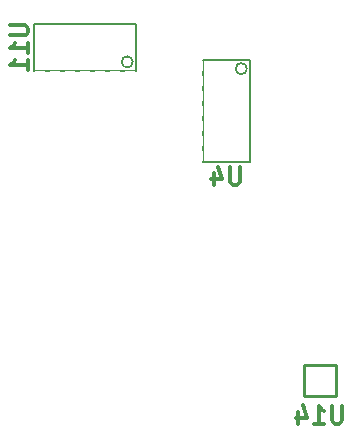
<source format=gbo>
G04 (created by PCBNEW (2013-mar-13)-testing) date Tue 15 Oct 2013 19:00:41 BST*
%MOIN*%
G04 Gerber Fmt 3.4, Leading zero omitted, Abs format*
%FSLAX34Y34*%
G01*
G70*
G90*
G04 APERTURE LIST*
%ADD10C,0.005906*%
%ADD11C,0.005000*%
%ADD12C,0.009800*%
%ADD13C,0.011811*%
%ADD14C,0.012000*%
%ADD15O,0.175197X0.139764*%
%ADD16C,0.088583*%
%ADD17C,0.068898*%
%ADD18R,0.059843X0.034843*%
%ADD19R,0.034843X0.059843*%
%ADD20C,0.075843*%
%ADD21R,0.021643X0.035443*%
%ADD22C,0.153543*%
%ADD23C,0.068943*%
%ADD24C,0.096457*%
%ADD25C,0.147638*%
%ADD26R,0.069843X0.069843*%
%ADD27C,0.069843*%
%ADD28C,0.061024*%
G04 APERTURE END LIST*
G54D10*
G54D11*
X22999Y-11607D02*
X24559Y-11607D01*
X24559Y-11607D02*
X24559Y-15007D01*
X24559Y-15007D02*
X22999Y-15007D01*
X22999Y-15007D02*
X22999Y-11607D01*
X22999Y-12307D02*
X22569Y-12307D01*
X22999Y-12807D02*
X22569Y-12807D01*
X22999Y-13307D02*
X22569Y-13307D01*
X22999Y-11807D02*
X22569Y-11807D01*
X22569Y-13807D02*
X22999Y-13807D01*
X22569Y-14307D02*
X22999Y-14307D01*
X22569Y-14807D02*
X22999Y-14807D01*
X24559Y-14807D02*
X24989Y-14807D01*
X24559Y-14307D02*
X24989Y-14307D01*
X24559Y-11807D02*
X24989Y-11807D01*
X24989Y-12307D02*
X24559Y-12307D01*
X24989Y-13807D02*
X24559Y-13807D01*
X24989Y-13307D02*
X24559Y-13307D01*
X24989Y-12807D02*
X24559Y-12807D01*
X24455Y-11897D02*
G75*
G03X24455Y-11897I-186J0D01*
G74*
G01*
X20755Y-10401D02*
X20755Y-11961D01*
X20755Y-11961D02*
X17355Y-11961D01*
X17355Y-11961D02*
X17355Y-10401D01*
X17355Y-10401D02*
X20755Y-10401D01*
X20055Y-10401D02*
X20055Y-9971D01*
X19555Y-10401D02*
X19555Y-9971D01*
X19055Y-10401D02*
X19055Y-9971D01*
X20555Y-10401D02*
X20555Y-9971D01*
X18555Y-9971D02*
X18555Y-10401D01*
X18055Y-9971D02*
X18055Y-10401D01*
X17555Y-9971D02*
X17555Y-10401D01*
X17555Y-11961D02*
X17555Y-12391D01*
X18055Y-11961D02*
X18055Y-12391D01*
X20555Y-11961D02*
X20555Y-12391D01*
X20055Y-12391D02*
X20055Y-11961D01*
X18555Y-12391D02*
X18555Y-11961D01*
X19055Y-12391D02*
X19055Y-11961D01*
X19555Y-12391D02*
X19555Y-11961D01*
X20651Y-11671D02*
G75*
G03X20651Y-11671I-186J0D01*
G74*
G01*
G54D12*
X26374Y-22807D02*
X26374Y-21772D01*
X26374Y-21772D02*
X27429Y-21772D01*
X27429Y-21772D02*
X27429Y-22799D01*
X27425Y-22815D02*
X26374Y-22815D01*
G54D13*
X24229Y-15188D02*
X24229Y-15666D01*
X24201Y-15722D01*
X24173Y-15750D01*
X24116Y-15778D01*
X24004Y-15778D01*
X23948Y-15750D01*
X23920Y-15722D01*
X23892Y-15666D01*
X23892Y-15188D01*
X23357Y-15385D02*
X23357Y-15778D01*
X23498Y-15160D02*
X23638Y-15582D01*
X23273Y-15582D01*
X16566Y-10449D02*
X17044Y-10449D01*
X17100Y-10478D01*
X17128Y-10506D01*
X17156Y-10562D01*
X17156Y-10674D01*
X17128Y-10731D01*
X17100Y-10759D01*
X17044Y-10787D01*
X16566Y-10787D01*
X17156Y-11377D02*
X17156Y-11040D01*
X17156Y-11209D02*
X16566Y-11209D01*
X16650Y-11152D01*
X16706Y-11096D01*
X16735Y-11040D01*
X17156Y-11940D02*
X17156Y-11602D01*
X17156Y-11771D02*
X16566Y-11771D01*
X16650Y-11715D01*
X16706Y-11659D01*
X16735Y-11602D01*
G54D14*
X27632Y-23135D02*
X27632Y-23621D01*
X27603Y-23678D01*
X27575Y-23707D01*
X27518Y-23735D01*
X27403Y-23735D01*
X27346Y-23707D01*
X27318Y-23678D01*
X27289Y-23621D01*
X27289Y-23135D01*
X26689Y-23735D02*
X27032Y-23735D01*
X26860Y-23735D02*
X26860Y-23135D01*
X26918Y-23221D01*
X26975Y-23278D01*
X27032Y-23307D01*
X26175Y-23335D02*
X26175Y-23735D01*
X26318Y-23107D02*
X26460Y-23535D01*
X26089Y-23535D01*
%LPC*%
G54D15*
X14074Y-7874D03*
G54D16*
X11181Y-6574D03*
X12165Y-6574D03*
X10196Y-6574D03*
X13149Y-6574D03*
G54D15*
X9271Y-7874D03*
G54D17*
X24803Y-6929D03*
X26377Y-6929D03*
G54D16*
X23976Y-6929D03*
X27204Y-6929D03*
G54D17*
X25590Y-6929D03*
X19291Y-6929D03*
X20866Y-6929D03*
G54D16*
X18464Y-6929D03*
X21692Y-6929D03*
G54D17*
X20078Y-6929D03*
G54D18*
X24879Y-11807D03*
X24879Y-12307D03*
X24879Y-12807D03*
X24879Y-13307D03*
X24879Y-13807D03*
X24879Y-14307D03*
X24879Y-14807D03*
X22679Y-14807D03*
X22679Y-14307D03*
X22679Y-13807D03*
X22679Y-13307D03*
X22679Y-12807D03*
X22679Y-12307D03*
X22679Y-11807D03*
G54D19*
X20555Y-12281D03*
X20055Y-12281D03*
X19555Y-12281D03*
X19055Y-12281D03*
X18555Y-12281D03*
X18055Y-12281D03*
X17555Y-12281D03*
X17555Y-10081D03*
X18055Y-10081D03*
X18555Y-10081D03*
X19055Y-10081D03*
X19555Y-10081D03*
X20055Y-10081D03*
X20555Y-10081D03*
G54D20*
X31129Y-22440D03*
X30129Y-22440D03*
X17610Y-22440D03*
X18610Y-22440D03*
G54D21*
X26614Y-22075D03*
X26811Y-22075D03*
X27008Y-22075D03*
X27205Y-22075D03*
X27205Y-22528D03*
X27008Y-22528D03*
X26811Y-22528D03*
X26614Y-22528D03*
G54D22*
X39035Y-21968D03*
X34035Y-21968D03*
G54D23*
X37940Y-20968D03*
X37539Y-20267D03*
X37137Y-20968D03*
X36736Y-20267D03*
X36334Y-20968D03*
X35933Y-20267D03*
X35531Y-20968D03*
X35129Y-20267D03*
G54D24*
X39736Y-20618D03*
X33334Y-20618D03*
G54D22*
X14704Y-22047D03*
X9704Y-22047D03*
G54D23*
X13610Y-21047D03*
X13208Y-20346D03*
X12807Y-21047D03*
X12405Y-20346D03*
X12003Y-21047D03*
X11602Y-20346D03*
X11200Y-21047D03*
X10799Y-20346D03*
G54D24*
X15405Y-20696D03*
X9003Y-20696D03*
G54D25*
X41850Y-11574D03*
X40118Y-11574D03*
G54D26*
X42958Y-17883D03*
G54D27*
X41958Y-17883D03*
X40958Y-17883D03*
G54D28*
X31505Y-8307D03*
X31505Y-6181D03*
X30521Y-8307D03*
X32490Y-8307D03*
X30521Y-6181D03*
X32490Y-6181D03*
X37007Y-8307D03*
X37007Y-6181D03*
X36023Y-8307D03*
X37992Y-8307D03*
X36023Y-6181D03*
X37992Y-6181D03*
M02*

</source>
